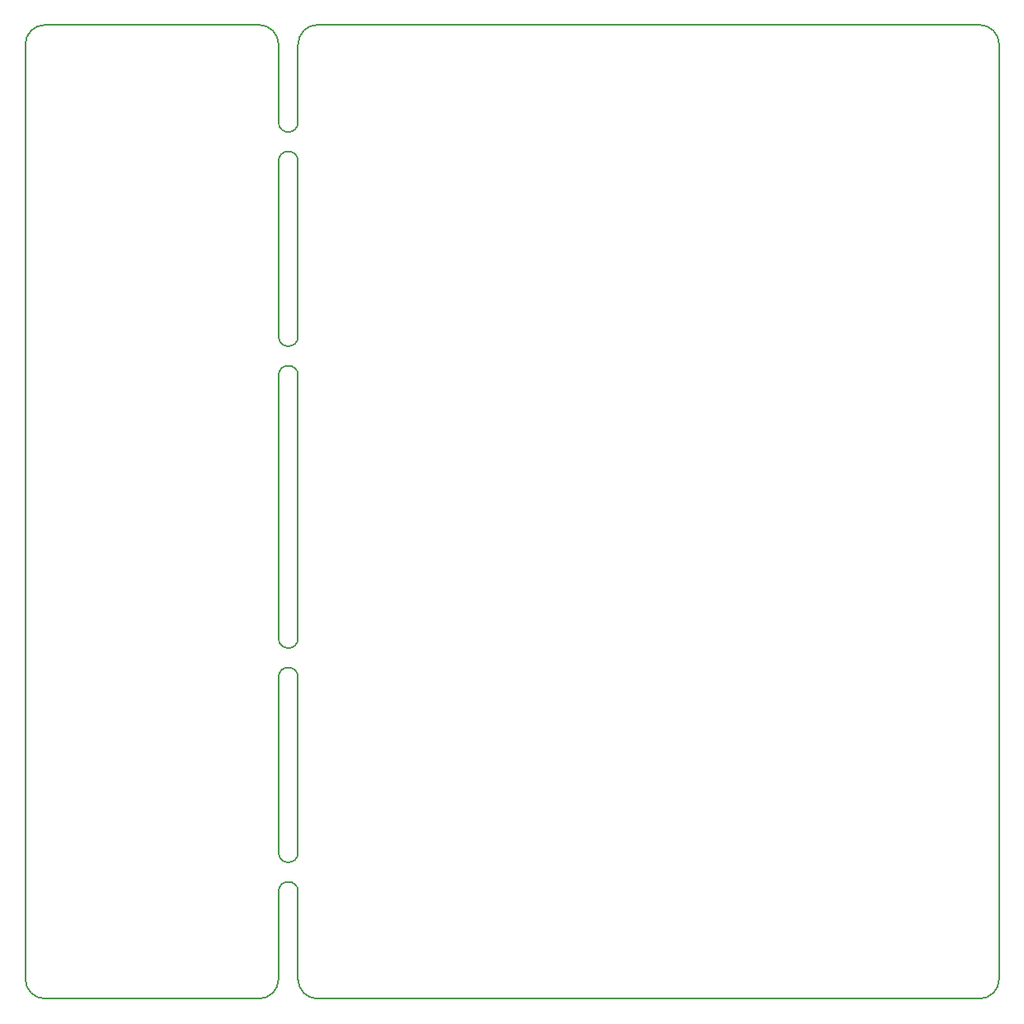
<source format=gm1>
G04 #@! TF.GenerationSoftware,KiCad,Pcbnew,(5.0.2)-1*
G04 #@! TF.CreationDate,2019-02-15T15:39:03+02:00*
G04 #@! TF.ProjectId,STM32_Shield,53544d33-325f-4536-9869-656c642e6b69,rev?*
G04 #@! TF.SameCoordinates,Original*
G04 #@! TF.FileFunction,Profile,NP*
%FSLAX46Y46*%
G04 Gerber Fmt 4.6, Leading zero omitted, Abs format (unit mm)*
G04 Created by KiCad (PCBNEW (5.0.2)-1) date 15-Feb-19 3:39:03 PM*
%MOMM*%
%LPD*%
G01*
G04 APERTURE LIST*
%ADD10C,0.200000*%
G04 APERTURE END LIST*
D10*
X88000000Y-118000000D02*
X88000000Y-91000000D01*
X90000000Y-91000000D02*
X90000000Y-118000000D01*
X90000000Y-118000000D02*
G75*
G02X88000000Y-118000000I-1000000J0D01*
G01*
X88000000Y-91000000D02*
G75*
G02X90000000Y-91000000I1000000J0D01*
G01*
X88000000Y-122000000D02*
G75*
G02X90000000Y-122000000I1000000J0D01*
G01*
X90000000Y-87000000D02*
G75*
G02X88000000Y-87000000I-1000000J0D01*
G01*
X88000000Y-69000000D02*
X88000000Y-87000000D01*
X90000000Y-69000000D02*
X90000000Y-87000000D01*
X88000000Y-140000000D02*
X88000000Y-122000000D01*
X90000000Y-140000000D02*
X90000000Y-122000000D01*
X88000000Y-69000000D02*
G75*
G02X90000000Y-69000000I1000000J0D01*
G01*
X90000000Y-140000000D02*
G75*
G02X88000000Y-140000000I-1000000J0D01*
G01*
X86000000Y-55000000D02*
G75*
G02X88000000Y-57000000I0J-2000000D01*
G01*
X90000000Y-57000000D02*
G75*
G02X92000000Y-55000000I2000000J0D01*
G01*
X88000000Y-153000000D02*
G75*
G02X86000000Y-155000000I-2000000J0D01*
G01*
X92000000Y-155000000D02*
G75*
G02X90000000Y-153000000I0J2000000D01*
G01*
X160000000Y-55000000D02*
G75*
G02X162000000Y-57000000I0J-2000000D01*
G01*
X162000000Y-153000000D02*
G75*
G02X160000000Y-155000000I-2000000J0D01*
G01*
X64000000Y-155000000D02*
G75*
G02X62000000Y-153000000I0J2000000D01*
G01*
X62000000Y-57000000D02*
G75*
G02X64000000Y-55000000I2000000J0D01*
G01*
X86000000Y-55000000D02*
X64000000Y-55000000D01*
X160000000Y-55000000D02*
X92000000Y-55000000D01*
X92000000Y-155000000D02*
X160000000Y-155000000D01*
X86000000Y-155000000D02*
X64000000Y-155000000D01*
X88000000Y-144000000D02*
G75*
G02X90000000Y-144000000I1000000J0D01*
G01*
X90000000Y-65000000D02*
G75*
G02X88000000Y-65000000I-1000000J0D01*
G01*
X88000000Y-57000000D02*
X88000000Y-65000000D01*
X90000000Y-57000000D02*
X90000000Y-65000000D01*
X88000000Y-153000000D02*
X88000000Y-144000000D01*
X90000000Y-153000000D02*
X90000000Y-144000000D01*
X62000000Y-153000000D02*
X62000000Y-57000000D01*
X162000000Y-153000000D02*
X162000000Y-57000000D01*
M02*

</source>
